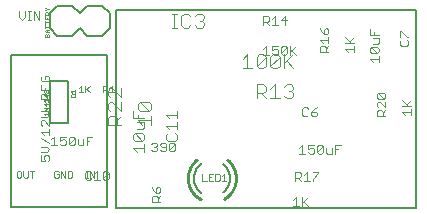
<source format=gto>
G75*
%MOIN*%
%OFA0B0*%
%FSLAX25Y25*%
%IPPOS*%
%LPD*%
%AMOC8*
5,1,8,0,0,1.08239X$1,22.5*
%
%ADD10C,0.00300*%
%ADD11C,0.00200*%
%ADD12C,0.00600*%
%ADD13C,0.01000*%
%ADD14C,0.00500*%
%ADD15C,0.00400*%
%ADD16C,0.00800*%
%ADD17C,0.00100*%
D10*
X0040410Y0015534D02*
X0040894Y0015050D01*
X0041862Y0015050D01*
X0042345Y0015534D01*
X0043357Y0015050D02*
X0045292Y0015050D01*
X0044324Y0015050D02*
X0044324Y0017952D01*
X0043357Y0016985D01*
X0042345Y0017469D02*
X0041862Y0017952D01*
X0040894Y0017952D01*
X0040410Y0017469D01*
X0040410Y0015534D01*
X0046303Y0015534D02*
X0048238Y0017469D01*
X0048238Y0015534D01*
X0047755Y0015050D01*
X0046787Y0015050D01*
X0046303Y0015534D01*
X0046303Y0017469D01*
X0046787Y0017952D01*
X0047755Y0017952D01*
X0048238Y0017469D01*
X0056267Y0025689D02*
X0057501Y0024454D01*
X0056267Y0025689D02*
X0059970Y0025689D01*
X0059970Y0026923D02*
X0059970Y0024454D01*
X0062410Y0025034D02*
X0062894Y0024550D01*
X0063862Y0024550D01*
X0064345Y0025034D01*
X0064345Y0025517D01*
X0063862Y0026001D01*
X0063378Y0026001D01*
X0063862Y0026001D02*
X0064345Y0026485D01*
X0064345Y0026969D01*
X0063862Y0027452D01*
X0062894Y0027452D01*
X0062410Y0026969D01*
X0065357Y0026969D02*
X0065357Y0026485D01*
X0065841Y0026001D01*
X0067292Y0026001D01*
X0067292Y0025034D02*
X0067292Y0026969D01*
X0066808Y0027452D01*
X0065841Y0027452D01*
X0065357Y0026969D01*
X0067192Y0028755D02*
X0067809Y0028138D01*
X0070278Y0028138D01*
X0070895Y0028755D01*
X0070895Y0029989D01*
X0070278Y0030606D01*
X0070895Y0031821D02*
X0070895Y0034289D01*
X0070895Y0033055D02*
X0067192Y0033055D01*
X0068426Y0031821D01*
X0067809Y0030606D02*
X0067192Y0029989D01*
X0067192Y0028755D01*
X0068787Y0027452D02*
X0068303Y0026969D01*
X0068303Y0025034D01*
X0070238Y0026969D01*
X0070238Y0025034D01*
X0069755Y0024550D01*
X0068787Y0024550D01*
X0068303Y0025034D01*
X0067292Y0025034D02*
X0066808Y0024550D01*
X0065841Y0024550D01*
X0065357Y0025034D01*
X0068787Y0027452D02*
X0069755Y0027452D01*
X0070238Y0026969D01*
X0059970Y0028755D02*
X0059352Y0028138D01*
X0056884Y0030606D01*
X0059352Y0030606D01*
X0059970Y0029989D01*
X0059970Y0028755D01*
X0059352Y0028138D02*
X0056884Y0028138D01*
X0056267Y0028755D01*
X0056267Y0029989D01*
X0056884Y0030606D01*
X0057501Y0031821D02*
X0059352Y0031821D01*
X0059970Y0032438D01*
X0059970Y0034289D01*
X0057501Y0034289D01*
X0058118Y0035504D02*
X0058118Y0036738D01*
X0056267Y0035504D02*
X0056267Y0037973D01*
X0056267Y0035504D02*
X0059970Y0035504D01*
X0067192Y0036738D02*
X0070895Y0036738D01*
X0070895Y0035504D02*
X0070895Y0037973D01*
X0068426Y0035504D02*
X0067192Y0036738D01*
X0042738Y0029452D02*
X0040803Y0029452D01*
X0040803Y0026550D01*
X0039792Y0026550D02*
X0039792Y0028485D01*
X0040803Y0028001D02*
X0041771Y0028001D01*
X0039792Y0026550D02*
X0038341Y0026550D01*
X0037857Y0027034D01*
X0037857Y0028485D01*
X0036845Y0028969D02*
X0036362Y0029452D01*
X0035394Y0029452D01*
X0034910Y0028969D01*
X0034910Y0027034D01*
X0036845Y0028969D01*
X0036845Y0027034D01*
X0036362Y0026550D01*
X0035394Y0026550D01*
X0034910Y0027034D01*
X0033899Y0027034D02*
X0033415Y0026550D01*
X0032448Y0026550D01*
X0031964Y0027034D01*
X0031964Y0028001D02*
X0032931Y0028485D01*
X0033415Y0028485D01*
X0033899Y0028001D01*
X0033899Y0027034D01*
X0031964Y0028001D02*
X0031964Y0029452D01*
X0033899Y0029452D01*
X0029985Y0029452D02*
X0029985Y0026550D01*
X0030952Y0026550D02*
X0029017Y0026550D01*
X0029017Y0028485D02*
X0029985Y0029452D01*
X0062548Y0012631D02*
X0063031Y0011664D01*
X0063999Y0010697D01*
X0063999Y0012148D01*
X0064483Y0012631D01*
X0064966Y0012631D01*
X0065450Y0012148D01*
X0065450Y0011180D01*
X0064966Y0010697D01*
X0063999Y0010697D01*
X0063999Y0009685D02*
X0063031Y0009685D01*
X0062548Y0009201D01*
X0062548Y0007750D01*
X0065450Y0007750D01*
X0064483Y0007750D02*
X0064483Y0009201D01*
X0063999Y0009685D01*
X0064483Y0008717D02*
X0065450Y0009685D01*
X0109750Y0008185D02*
X0110717Y0009152D01*
X0110717Y0006250D01*
X0109750Y0006250D02*
X0111685Y0006250D01*
X0112697Y0006250D02*
X0112697Y0009152D01*
X0113180Y0007701D02*
X0114631Y0006250D01*
X0112697Y0007217D02*
X0114631Y0009152D01*
X0114164Y0014750D02*
X0114164Y0017652D01*
X0113197Y0016685D01*
X0112185Y0017169D02*
X0112185Y0016201D01*
X0111701Y0015717D01*
X0110250Y0015717D01*
X0110250Y0014750D02*
X0110250Y0017652D01*
X0111701Y0017652D01*
X0112185Y0017169D01*
X0111217Y0015717D02*
X0112185Y0014750D01*
X0113197Y0014750D02*
X0115131Y0014750D01*
X0116143Y0014750D02*
X0116143Y0015234D01*
X0118078Y0017169D01*
X0118078Y0017652D01*
X0116143Y0017652D01*
X0116148Y0023750D02*
X0115180Y0023750D01*
X0114697Y0024234D01*
X0114697Y0025201D02*
X0115664Y0025685D01*
X0116148Y0025685D01*
X0116631Y0025201D01*
X0116631Y0024234D01*
X0116148Y0023750D01*
X0117643Y0024234D02*
X0119578Y0026169D01*
X0119578Y0024234D01*
X0119094Y0023750D01*
X0118127Y0023750D01*
X0117643Y0024234D01*
X0117643Y0026169D01*
X0118127Y0026652D01*
X0119094Y0026652D01*
X0119578Y0026169D01*
X0120590Y0025685D02*
X0120590Y0024234D01*
X0121073Y0023750D01*
X0122525Y0023750D01*
X0122525Y0025685D01*
X0123536Y0025201D02*
X0124504Y0025201D01*
X0123536Y0023750D02*
X0123536Y0026652D01*
X0125471Y0026652D01*
X0116631Y0026652D02*
X0114697Y0026652D01*
X0114697Y0025201D01*
X0113685Y0023750D02*
X0111750Y0023750D01*
X0112717Y0023750D02*
X0112717Y0026652D01*
X0111750Y0025685D01*
X0113234Y0036250D02*
X0114201Y0036250D01*
X0114685Y0036734D01*
X0115697Y0036734D02*
X0115697Y0037701D01*
X0117148Y0037701D01*
X0117631Y0037217D01*
X0117631Y0036734D01*
X0117148Y0036250D01*
X0116180Y0036250D01*
X0115697Y0036734D01*
X0115697Y0037701D02*
X0116664Y0038669D01*
X0117631Y0039152D01*
X0114685Y0038669D02*
X0114201Y0039152D01*
X0113234Y0039152D01*
X0112750Y0038669D01*
X0112750Y0036734D01*
X0113234Y0036250D01*
X0137548Y0036250D02*
X0137548Y0037701D01*
X0138031Y0038185D01*
X0138999Y0038185D01*
X0139483Y0037701D01*
X0139483Y0036250D01*
X0140450Y0036250D02*
X0137548Y0036250D01*
X0139483Y0037217D02*
X0140450Y0038185D01*
X0140450Y0039197D02*
X0138515Y0041131D01*
X0138031Y0041131D01*
X0137548Y0040648D01*
X0137548Y0039680D01*
X0138031Y0039197D01*
X0140450Y0039197D02*
X0140450Y0041131D01*
X0139966Y0042143D02*
X0138031Y0042143D01*
X0137548Y0042627D01*
X0137548Y0043594D01*
X0138031Y0044078D01*
X0139966Y0042143D01*
X0140450Y0042627D01*
X0140450Y0043594D01*
X0139966Y0044078D01*
X0138031Y0044078D01*
X0146048Y0041631D02*
X0147983Y0039697D01*
X0147499Y0040180D02*
X0148950Y0041631D01*
X0148950Y0039697D02*
X0146048Y0039697D01*
X0148950Y0038685D02*
X0148950Y0036750D01*
X0148950Y0037717D02*
X0146048Y0037717D01*
X0147015Y0036750D01*
X0138170Y0054401D02*
X0138170Y0056336D01*
X0138170Y0055368D02*
X0135267Y0055368D01*
X0136235Y0054401D01*
X0135751Y0057347D02*
X0135267Y0057831D01*
X0135267Y0058799D01*
X0135751Y0059282D01*
X0137686Y0057347D01*
X0138170Y0057831D01*
X0138170Y0058799D01*
X0137686Y0059282D01*
X0135751Y0059282D01*
X0136235Y0060294D02*
X0137686Y0060294D01*
X0138170Y0060778D01*
X0138170Y0062229D01*
X0136235Y0062229D01*
X0136718Y0063240D02*
X0136718Y0064208D01*
X0135267Y0065175D02*
X0135267Y0063240D01*
X0138170Y0063240D01*
X0145192Y0062740D02*
X0145192Y0064675D01*
X0145676Y0064675D01*
X0147611Y0062740D01*
X0148095Y0062740D01*
X0147611Y0061729D02*
X0148095Y0061245D01*
X0148095Y0060278D01*
X0147611Y0059794D01*
X0145676Y0059794D01*
X0145192Y0060278D01*
X0145192Y0061245D01*
X0145676Y0061729D01*
X0137686Y0057347D02*
X0135751Y0057347D01*
X0129950Y0057750D02*
X0129950Y0059685D01*
X0129950Y0058717D02*
X0127048Y0058717D01*
X0128015Y0057750D01*
X0127048Y0060697D02*
X0129950Y0060697D01*
X0128983Y0060697D02*
X0127048Y0062631D01*
X0128499Y0061180D02*
X0129950Y0062631D01*
X0121450Y0062631D02*
X0121450Y0060697D01*
X0121450Y0061664D02*
X0118548Y0061664D01*
X0119515Y0060697D01*
X0119031Y0059685D02*
X0119999Y0059685D01*
X0120483Y0059201D01*
X0120483Y0057750D01*
X0121450Y0057750D02*
X0118548Y0057750D01*
X0118548Y0059201D01*
X0119031Y0059685D01*
X0120483Y0058717D02*
X0121450Y0059685D01*
X0120966Y0063643D02*
X0119999Y0063643D01*
X0119999Y0065094D01*
X0120483Y0065578D01*
X0120966Y0065578D01*
X0121450Y0065094D01*
X0121450Y0064127D01*
X0120966Y0063643D01*
X0119999Y0063643D02*
X0119031Y0064611D01*
X0118548Y0065578D01*
X0110525Y0059652D02*
X0108590Y0057717D01*
X0109073Y0058201D02*
X0110525Y0056750D01*
X0108590Y0056750D02*
X0108590Y0059652D01*
X0107578Y0059169D02*
X0105643Y0057234D01*
X0106127Y0056750D01*
X0107094Y0056750D01*
X0107578Y0057234D01*
X0107578Y0059169D01*
X0107094Y0059652D01*
X0106127Y0059652D01*
X0105643Y0059169D01*
X0105643Y0057234D01*
X0104631Y0057234D02*
X0104148Y0056750D01*
X0103180Y0056750D01*
X0102697Y0057234D01*
X0101685Y0056750D02*
X0099750Y0056750D01*
X0100717Y0056750D02*
X0100717Y0059652D01*
X0099750Y0058685D01*
X0102697Y0058201D02*
X0103664Y0058685D01*
X0104148Y0058685D01*
X0104631Y0058201D01*
X0104631Y0057234D01*
X0102697Y0058201D02*
X0102697Y0059652D01*
X0104631Y0059652D01*
X0104631Y0066750D02*
X0102697Y0066750D01*
X0103664Y0066750D02*
X0103664Y0069652D01*
X0102697Y0068685D01*
X0101685Y0069169D02*
X0101685Y0068201D01*
X0101201Y0067717D01*
X0099750Y0067717D01*
X0099750Y0066750D02*
X0099750Y0069652D01*
X0101201Y0069652D01*
X0101685Y0069169D01*
X0100717Y0067717D02*
X0101685Y0066750D01*
X0105643Y0068201D02*
X0107578Y0068201D01*
X0107094Y0066750D02*
X0107094Y0069652D01*
X0105643Y0068201D01*
X0025096Y0068250D02*
X0025096Y0071152D01*
X0023161Y0071152D02*
X0025096Y0068250D01*
X0023161Y0068250D02*
X0023161Y0071152D01*
X0022164Y0071152D02*
X0021197Y0071152D01*
X0021680Y0071152D02*
X0021680Y0068250D01*
X0021197Y0068250D02*
X0022164Y0068250D01*
X0020185Y0069217D02*
X0020185Y0071152D01*
X0020185Y0069217D02*
X0019217Y0068250D01*
X0018250Y0069217D01*
X0018250Y0071152D01*
D11*
X0026899Y0071527D02*
X0027132Y0071527D01*
X0027599Y0071994D01*
X0028300Y0071994D01*
X0027599Y0071994D02*
X0027132Y0072461D01*
X0026899Y0072461D01*
X0027132Y0070988D02*
X0027599Y0070988D01*
X0027833Y0070754D01*
X0027833Y0070053D01*
X0028300Y0070053D02*
X0026899Y0070053D01*
X0026899Y0070754D01*
X0027132Y0070988D01*
X0027833Y0070521D02*
X0028300Y0070988D01*
X0028300Y0069514D02*
X0028300Y0068580D01*
X0026899Y0068580D01*
X0026899Y0069514D01*
X0027599Y0069047D02*
X0027599Y0068580D01*
X0026899Y0068041D02*
X0026899Y0067107D01*
X0026899Y0067574D02*
X0028300Y0067574D01*
X0026899Y0066568D02*
X0026899Y0065634D01*
X0026899Y0066101D02*
X0028300Y0066101D01*
X0028300Y0065095D02*
X0027366Y0065095D01*
X0026899Y0064628D01*
X0027366Y0064160D01*
X0028300Y0064160D01*
X0028066Y0063621D02*
X0028300Y0063388D01*
X0028300Y0062687D01*
X0026899Y0062687D01*
X0026899Y0063388D01*
X0027132Y0063621D01*
X0027366Y0063621D01*
X0027599Y0063388D01*
X0027599Y0062687D01*
X0027599Y0063388D02*
X0027833Y0063621D01*
X0028066Y0063621D01*
X0027599Y0064160D02*
X0027599Y0065095D01*
X0038934Y0046402D02*
X0038934Y0044200D01*
X0038200Y0044200D02*
X0039668Y0044200D01*
X0040410Y0044200D02*
X0040410Y0046402D01*
X0040410Y0044934D02*
X0041878Y0046402D01*
X0040777Y0045301D02*
X0041878Y0044200D01*
X0046200Y0044200D02*
X0046200Y0046402D01*
X0047301Y0046402D01*
X0047668Y0046035D01*
X0047668Y0045301D01*
X0047301Y0044934D01*
X0046200Y0044934D01*
X0046934Y0044934D02*
X0047668Y0044200D01*
X0048410Y0044200D02*
X0049878Y0044200D01*
X0049144Y0044200D02*
X0049144Y0046402D01*
X0048410Y0045668D01*
X0038934Y0046402D02*
X0038200Y0045668D01*
X0040517Y0018002D02*
X0041251Y0018002D01*
X0040884Y0018002D02*
X0040884Y0015800D01*
X0040517Y0015800D02*
X0041251Y0015800D01*
X0041990Y0015800D02*
X0041990Y0018002D01*
X0043458Y0015800D01*
X0043458Y0018002D01*
X0035958Y0017635D02*
X0035958Y0016167D01*
X0035591Y0015800D01*
X0034490Y0015800D01*
X0034490Y0018002D01*
X0035591Y0018002D01*
X0035958Y0017635D01*
X0033748Y0018002D02*
X0033748Y0015800D01*
X0032280Y0018002D01*
X0032280Y0015800D01*
X0031538Y0016167D02*
X0031538Y0016901D01*
X0030804Y0016901D01*
X0030070Y0017635D02*
X0030070Y0016167D01*
X0030437Y0015800D01*
X0031171Y0015800D01*
X0031538Y0016167D01*
X0031538Y0017635D02*
X0031171Y0018002D01*
X0030437Y0018002D01*
X0030070Y0017635D01*
X0023458Y0018002D02*
X0021990Y0018002D01*
X0022724Y0018002D02*
X0022724Y0015800D01*
X0021248Y0016167D02*
X0021248Y0018002D01*
X0019780Y0018002D02*
X0019780Y0016167D01*
X0020147Y0015800D01*
X0020881Y0015800D01*
X0021248Y0016167D01*
X0019038Y0016167D02*
X0018671Y0015800D01*
X0017937Y0015800D01*
X0017570Y0016167D01*
X0017570Y0017635D01*
X0017937Y0018002D01*
X0018671Y0018002D01*
X0019038Y0017635D01*
X0019038Y0016167D01*
X0079360Y0017002D02*
X0079360Y0014800D01*
X0080828Y0014800D01*
X0081570Y0014800D02*
X0083038Y0014800D01*
X0083780Y0014800D02*
X0084881Y0014800D01*
X0085248Y0015167D01*
X0085248Y0016635D01*
X0084881Y0017002D01*
X0083780Y0017002D01*
X0083780Y0014800D01*
X0082304Y0015901D02*
X0081570Y0015901D01*
X0081570Y0017002D02*
X0081570Y0014800D01*
X0081570Y0017002D02*
X0083038Y0017002D01*
X0085990Y0016268D02*
X0086724Y0017002D01*
X0086724Y0014800D01*
X0085990Y0014800D02*
X0087458Y0014800D01*
D12*
X0079113Y0020482D02*
X0078988Y0020391D01*
X0078866Y0020297D01*
X0078747Y0020199D01*
X0078630Y0020099D01*
X0078516Y0019995D01*
X0078404Y0019889D01*
X0078296Y0019780D01*
X0078190Y0019668D01*
X0078087Y0019553D01*
X0077987Y0019436D01*
X0077889Y0019316D01*
X0077796Y0019194D01*
X0077705Y0019070D01*
X0077617Y0018943D01*
X0077533Y0018814D01*
X0077452Y0018682D01*
X0077375Y0018549D01*
X0077301Y0018414D01*
X0077230Y0018277D01*
X0077163Y0018138D01*
X0077100Y0017998D01*
X0077040Y0017855D01*
X0076984Y0017712D01*
X0076932Y0017567D01*
X0076883Y0017421D01*
X0076838Y0017273D01*
X0076797Y0017125D01*
X0076760Y0016975D01*
X0076726Y0016825D01*
X0076697Y0016673D01*
X0076671Y0016521D01*
X0076649Y0016369D01*
X0076632Y0016216D01*
X0076618Y0016062D01*
X0076608Y0015908D01*
X0076602Y0015754D01*
X0076600Y0015600D01*
X0086283Y0010864D02*
X0086402Y0010958D01*
X0086518Y0011056D01*
X0086632Y0011156D01*
X0086743Y0011260D01*
X0086851Y0011366D01*
X0086957Y0011474D01*
X0087059Y0011586D01*
X0087159Y0011700D01*
X0087257Y0011816D01*
X0087351Y0011935D01*
X0087442Y0012056D01*
X0087530Y0012180D01*
X0087615Y0012306D01*
X0087696Y0012433D01*
X0087775Y0012563D01*
X0087850Y0012695D01*
X0087921Y0012828D01*
X0087990Y0012964D01*
X0088055Y0013101D01*
X0088116Y0013239D01*
X0088174Y0013380D01*
X0088228Y0013521D01*
X0088279Y0013664D01*
X0088326Y0013808D01*
X0088370Y0013953D01*
X0088409Y0014100D01*
X0088445Y0014247D01*
X0088478Y0014395D01*
X0088506Y0014544D01*
X0088531Y0014694D01*
X0088552Y0014844D01*
X0088569Y0014994D01*
X0088583Y0015146D01*
X0088592Y0015297D01*
X0088598Y0015448D01*
X0088600Y0015600D01*
X0079000Y0010800D02*
X0078881Y0010892D01*
X0078764Y0010986D01*
X0078650Y0011084D01*
X0078538Y0011184D01*
X0078428Y0011288D01*
X0078322Y0011393D01*
X0078217Y0011502D01*
X0078116Y0011613D01*
X0078018Y0011727D01*
X0077922Y0011843D01*
X0077829Y0011961D01*
X0077740Y0012082D01*
X0077653Y0012205D01*
X0077570Y0012330D01*
X0077489Y0012457D01*
X0077412Y0012586D01*
X0077338Y0012717D01*
X0077267Y0012850D01*
X0077200Y0012984D01*
X0077136Y0013120D01*
X0077076Y0013258D01*
X0077019Y0013397D01*
X0076966Y0013538D01*
X0076916Y0013680D01*
X0076869Y0013823D01*
X0076827Y0013967D01*
X0076787Y0014112D01*
X0076752Y0014258D01*
X0076720Y0014405D01*
X0076692Y0014553D01*
X0076668Y0014701D01*
X0076647Y0014850D01*
X0076630Y0015000D01*
X0076617Y0015149D01*
X0076608Y0015299D01*
X0076602Y0015450D01*
X0076600Y0015600D01*
X0086283Y0020336D02*
X0086402Y0020242D01*
X0086518Y0020144D01*
X0086632Y0020044D01*
X0086743Y0019940D01*
X0086851Y0019834D01*
X0086957Y0019726D01*
X0087059Y0019614D01*
X0087159Y0019500D01*
X0087257Y0019384D01*
X0087351Y0019265D01*
X0087442Y0019144D01*
X0087530Y0019020D01*
X0087615Y0018894D01*
X0087696Y0018767D01*
X0087775Y0018637D01*
X0087850Y0018505D01*
X0087921Y0018372D01*
X0087990Y0018236D01*
X0088055Y0018099D01*
X0088116Y0017961D01*
X0088174Y0017820D01*
X0088228Y0017679D01*
X0088279Y0017536D01*
X0088326Y0017392D01*
X0088370Y0017247D01*
X0088409Y0017100D01*
X0088445Y0016953D01*
X0088478Y0016805D01*
X0088506Y0016656D01*
X0088531Y0016506D01*
X0088552Y0016356D01*
X0088569Y0016206D01*
X0088583Y0016054D01*
X0088592Y0015903D01*
X0088598Y0015752D01*
X0088600Y0015600D01*
D13*
X0078835Y0008541D02*
X0078667Y0008634D01*
X0078501Y0008730D01*
X0078337Y0008830D01*
X0078176Y0008935D01*
X0078017Y0009043D01*
X0077861Y0009155D01*
X0077707Y0009271D01*
X0077557Y0009390D01*
X0077409Y0009513D01*
X0077264Y0009639D01*
X0077123Y0009769D01*
X0076984Y0009902D01*
X0076849Y0010039D01*
X0076717Y0010179D01*
X0076589Y0010321D01*
X0076464Y0010467D01*
X0076342Y0010616D01*
X0076224Y0010768D01*
X0076110Y0010922D01*
X0076000Y0011080D01*
X0075893Y0011239D01*
X0075790Y0011402D01*
X0075691Y0011567D01*
X0075596Y0011734D01*
X0075506Y0011903D01*
X0075419Y0012074D01*
X0075336Y0012248D01*
X0075258Y0012423D01*
X0075184Y0012601D01*
X0075114Y0012780D01*
X0075048Y0012960D01*
X0074987Y0013142D01*
X0074930Y0013326D01*
X0074878Y0013511D01*
X0074830Y0013697D01*
X0074786Y0013884D01*
X0074747Y0014072D01*
X0074713Y0014261D01*
X0074683Y0014451D01*
X0074658Y0014641D01*
X0074637Y0014832D01*
X0074621Y0015024D01*
X0074609Y0015216D01*
X0074602Y0015408D01*
X0074600Y0015600D01*
X0086569Y0008654D02*
X0086738Y0008753D01*
X0086904Y0008857D01*
X0087068Y0008964D01*
X0087229Y0009075D01*
X0087387Y0009190D01*
X0087542Y0009309D01*
X0087695Y0009432D01*
X0087844Y0009558D01*
X0087990Y0009688D01*
X0088133Y0009822D01*
X0088273Y0009959D01*
X0088409Y0010099D01*
X0088542Y0010243D01*
X0088671Y0010390D01*
X0088797Y0010540D01*
X0088918Y0010693D01*
X0089037Y0010849D01*
X0089151Y0011008D01*
X0089261Y0011169D01*
X0089367Y0011334D01*
X0089470Y0011500D01*
X0089568Y0011670D01*
X0089662Y0011841D01*
X0089752Y0012015D01*
X0089837Y0012191D01*
X0089919Y0012369D01*
X0089995Y0012549D01*
X0090068Y0012731D01*
X0090136Y0012914D01*
X0090199Y0013099D01*
X0090258Y0013286D01*
X0090312Y0013474D01*
X0090362Y0013663D01*
X0090407Y0013853D01*
X0090447Y0014045D01*
X0090483Y0014237D01*
X0090514Y0014430D01*
X0090540Y0014624D01*
X0090562Y0014819D01*
X0090578Y0015014D01*
X0090590Y0015209D01*
X0090598Y0015405D01*
X0090600Y0015600D01*
X0090598Y0015793D01*
X0090591Y0015986D01*
X0090579Y0016178D01*
X0090563Y0016371D01*
X0090542Y0016563D01*
X0090516Y0016754D01*
X0090486Y0016944D01*
X0090451Y0017134D01*
X0090412Y0017323D01*
X0090368Y0017511D01*
X0090320Y0017698D01*
X0090267Y0017884D01*
X0090210Y0018068D01*
X0090148Y0018251D01*
X0090082Y0018432D01*
X0090011Y0018612D01*
X0089937Y0018790D01*
X0089858Y0018966D01*
X0089774Y0019140D01*
X0089687Y0019312D01*
X0089595Y0019482D01*
X0089499Y0019649D01*
X0089400Y0019815D01*
X0089296Y0019978D01*
X0089189Y0020138D01*
X0089077Y0020295D01*
X0088962Y0020450D01*
X0088843Y0020602D01*
X0088721Y0020751D01*
X0088595Y0020898D01*
X0088465Y0021041D01*
X0088332Y0021181D01*
X0088196Y0021317D01*
X0088056Y0021451D01*
X0087914Y0021580D01*
X0087768Y0021707D01*
X0077478Y0021746D02*
X0077330Y0021619D01*
X0077185Y0021489D01*
X0077044Y0021356D01*
X0076905Y0021219D01*
X0076770Y0021079D01*
X0076639Y0020935D01*
X0076511Y0020788D01*
X0076386Y0020639D01*
X0076265Y0020486D01*
X0076148Y0020331D01*
X0076035Y0020172D01*
X0075926Y0020011D01*
X0075821Y0019847D01*
X0075719Y0019681D01*
X0075622Y0019512D01*
X0075529Y0019342D01*
X0075440Y0019168D01*
X0075355Y0018993D01*
X0075275Y0018816D01*
X0075199Y0018637D01*
X0075127Y0018456D01*
X0075060Y0018273D01*
X0074997Y0018089D01*
X0074939Y0017903D01*
X0074885Y0017716D01*
X0074836Y0017528D01*
X0074791Y0017338D01*
X0074751Y0017148D01*
X0074716Y0016956D01*
X0074685Y0016764D01*
X0074659Y0016571D01*
X0074638Y0016377D01*
X0074621Y0016183D01*
X0074609Y0015989D01*
X0074602Y0015795D01*
X0074600Y0015600D01*
D14*
X0015600Y0006100D02*
X0015600Y0056600D01*
X0047600Y0056600D01*
X0047600Y0006100D01*
X0015600Y0006100D01*
X0050600Y0005600D02*
X0150600Y0005600D01*
X0150600Y0071600D01*
X0050600Y0071600D01*
X0050600Y0005600D01*
X0034600Y0034100D02*
X0028600Y0034100D01*
X0028600Y0048100D01*
X0034600Y0048100D01*
X0034600Y0034100D01*
D15*
X0028400Y0034954D02*
X0028400Y0033086D01*
X0026532Y0034954D01*
X0026065Y0034954D01*
X0025598Y0034487D01*
X0025598Y0033553D01*
X0026065Y0033086D01*
X0028400Y0032008D02*
X0028400Y0030140D01*
X0028400Y0031074D02*
X0025598Y0031074D01*
X0026532Y0030140D01*
X0025598Y0029061D02*
X0028400Y0027193D01*
X0027466Y0026115D02*
X0025598Y0026115D01*
X0027466Y0026115D02*
X0028400Y0025181D01*
X0027466Y0024247D01*
X0025598Y0024247D01*
X0025598Y0023168D02*
X0025598Y0021300D01*
X0026999Y0021300D01*
X0026532Y0022234D01*
X0026532Y0022701D01*
X0026999Y0023168D01*
X0027933Y0023168D01*
X0028400Y0022701D01*
X0028400Y0021767D01*
X0027933Y0021300D01*
X0047796Y0033300D02*
X0047796Y0035602D01*
X0048563Y0036369D01*
X0050098Y0036369D01*
X0050865Y0035602D01*
X0050865Y0033300D01*
X0052400Y0033300D02*
X0047796Y0033300D01*
X0050865Y0034835D02*
X0052400Y0036369D01*
X0052400Y0037904D02*
X0049331Y0040973D01*
X0048563Y0040973D01*
X0047796Y0040206D01*
X0047796Y0038671D01*
X0048563Y0037904D01*
X0052400Y0037904D02*
X0052400Y0040973D01*
X0052400Y0042508D02*
X0049331Y0045577D01*
X0048563Y0045577D01*
X0047796Y0044810D01*
X0047796Y0043275D01*
X0048563Y0042508D01*
X0052400Y0042508D02*
X0052400Y0045577D01*
X0057796Y0040206D02*
X0058563Y0040973D01*
X0061633Y0037904D01*
X0062400Y0038671D01*
X0062400Y0040206D01*
X0061633Y0040973D01*
X0058563Y0040973D01*
X0057796Y0040206D02*
X0057796Y0038671D01*
X0058563Y0037904D01*
X0061633Y0037904D01*
X0062400Y0036369D02*
X0062400Y0033300D01*
X0062400Y0034835D02*
X0057796Y0034835D01*
X0059331Y0033300D01*
X0028400Y0036967D02*
X0027466Y0037901D01*
X0025598Y0037901D01*
X0027466Y0036033D02*
X0028400Y0036967D01*
X0027466Y0036033D02*
X0025598Y0036033D01*
X0025598Y0041926D02*
X0025598Y0043327D01*
X0026065Y0043794D01*
X0026999Y0043794D01*
X0027466Y0043327D01*
X0027466Y0041926D01*
X0027466Y0042860D02*
X0028400Y0043794D01*
X0028400Y0044872D02*
X0028400Y0046740D01*
X0027933Y0047819D02*
X0028400Y0048286D01*
X0028400Y0049220D01*
X0027933Y0049687D01*
X0026999Y0049687D01*
X0026999Y0048753D01*
X0026065Y0049687D02*
X0025598Y0049220D01*
X0025598Y0048286D01*
X0026065Y0047819D01*
X0027933Y0047819D01*
X0025598Y0046740D02*
X0025598Y0044872D01*
X0028400Y0044872D01*
X0026999Y0044872D02*
X0026999Y0045806D01*
X0028400Y0041926D02*
X0025598Y0041926D01*
X0069300Y0065800D02*
X0070835Y0065800D01*
X0070067Y0065800D02*
X0070067Y0070404D01*
X0069300Y0070404D02*
X0070835Y0070404D01*
X0072369Y0069637D02*
X0072369Y0066567D01*
X0073137Y0065800D01*
X0074671Y0065800D01*
X0075439Y0066567D01*
X0076973Y0066567D02*
X0077741Y0065800D01*
X0079275Y0065800D01*
X0080042Y0066567D01*
X0080042Y0067335D01*
X0079275Y0068102D01*
X0078508Y0068102D01*
X0079275Y0068102D02*
X0080042Y0068869D01*
X0080042Y0069637D01*
X0079275Y0070404D01*
X0077741Y0070404D01*
X0076973Y0069637D01*
X0075439Y0069637D02*
X0074671Y0070404D01*
X0073137Y0070404D01*
X0072369Y0069637D01*
X0092884Y0055369D02*
X0094419Y0056904D01*
X0094419Y0052300D01*
X0092884Y0052300D02*
X0095954Y0052300D01*
X0097488Y0053067D02*
X0100557Y0056137D01*
X0100557Y0053067D01*
X0099790Y0052300D01*
X0098255Y0052300D01*
X0097488Y0053067D01*
X0097488Y0056137D01*
X0098255Y0056904D01*
X0099790Y0056904D01*
X0100557Y0056137D01*
X0102092Y0056137D02*
X0102859Y0056904D01*
X0104394Y0056904D01*
X0105161Y0056137D01*
X0102092Y0053067D01*
X0102859Y0052300D01*
X0104394Y0052300D01*
X0105161Y0053067D01*
X0105161Y0056137D01*
X0106696Y0056904D02*
X0106696Y0052300D01*
X0106696Y0053835D02*
X0109765Y0056904D01*
X0107463Y0054602D02*
X0109765Y0052300D01*
X0102092Y0053067D02*
X0102092Y0056137D01*
X0103627Y0046904D02*
X0103627Y0042300D01*
X0105161Y0042300D02*
X0102092Y0042300D01*
X0100557Y0042300D02*
X0099023Y0043835D01*
X0099790Y0043835D02*
X0097488Y0043835D01*
X0099790Y0043835D02*
X0100557Y0044602D01*
X0100557Y0046137D01*
X0099790Y0046904D01*
X0097488Y0046904D01*
X0097488Y0042300D01*
X0102092Y0045369D02*
X0103627Y0046904D01*
X0106696Y0046137D02*
X0107463Y0046904D01*
X0108998Y0046904D01*
X0109765Y0046137D01*
X0109765Y0045369D01*
X0108998Y0044602D01*
X0109765Y0043835D01*
X0109765Y0043067D01*
X0108998Y0042300D01*
X0107463Y0042300D01*
X0106696Y0043067D01*
X0108231Y0044602D02*
X0108998Y0044602D01*
D16*
X0048600Y0065600D02*
X0048600Y0070600D01*
X0046100Y0073100D01*
X0041100Y0073100D01*
X0038600Y0070600D01*
X0036100Y0073100D01*
X0031100Y0073100D01*
X0028600Y0070600D01*
X0028600Y0065600D01*
X0031100Y0063100D01*
X0036100Y0063100D01*
X0038600Y0065600D01*
X0041100Y0063100D01*
X0046100Y0063100D01*
X0048600Y0065600D01*
D17*
X0037087Y0045008D02*
X0037087Y0044007D01*
X0037087Y0044508D02*
X0035586Y0044508D01*
X0036086Y0044007D01*
X0035836Y0043535D02*
X0035586Y0043285D01*
X0035586Y0042534D01*
X0037087Y0042534D01*
X0037087Y0043285D01*
X0036837Y0043535D01*
X0035836Y0043535D01*
X0028095Y0043285D02*
X0026594Y0043285D01*
X0027344Y0042534D01*
X0027344Y0043535D01*
X0027094Y0044007D02*
X0026844Y0044007D01*
X0026594Y0044258D01*
X0026594Y0044758D01*
X0026844Y0045008D01*
X0027094Y0045008D01*
X0027344Y0044758D01*
X0027344Y0044258D01*
X0027094Y0044007D01*
X0027344Y0044258D02*
X0027594Y0044007D01*
X0027845Y0044007D01*
X0028095Y0044258D01*
X0028095Y0044758D01*
X0027845Y0045008D01*
X0027594Y0045008D01*
X0027344Y0044758D01*
X0028095Y0042062D02*
X0028095Y0041061D01*
X0028095Y0041561D02*
X0026594Y0041561D01*
X0027094Y0041061D01*
X0027344Y0040589D02*
X0027344Y0039588D01*
X0026594Y0040338D01*
X0028095Y0040338D01*
X0028095Y0039115D02*
X0026594Y0039115D01*
X0026594Y0038114D02*
X0028095Y0039115D01*
X0028095Y0038114D02*
X0026594Y0038114D01*
X0026594Y0037142D02*
X0028095Y0037142D01*
X0028095Y0037642D02*
X0028095Y0036641D01*
X0027094Y0036641D02*
X0026594Y0037142D01*
M02*

</source>
